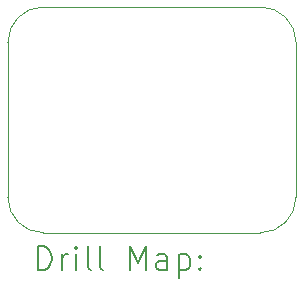
<source format=gbr>
%TF.GenerationSoftware,KiCad,Pcbnew,8.0.3*%
%TF.CreationDate,2025-03-09T13:34:37-05:00*%
%TF.ProjectId,HearingAid_RightV3,48656172-696e-4674-9169-645f52696768,rev?*%
%TF.SameCoordinates,Original*%
%TF.FileFunction,Drillmap*%
%TF.FilePolarity,Positive*%
%FSLAX45Y45*%
G04 Gerber Fmt 4.5, Leading zero omitted, Abs format (unit mm)*
G04 Created by KiCad (PCBNEW 8.0.3) date 2025-03-09 13:34:37*
%MOMM*%
%LPD*%
G01*
G04 APERTURE LIST*
%ADD10C,0.100000*%
%ADD11C,0.200000*%
G04 APERTURE END LIST*
D10*
X12504736Y-6095000D02*
X12504736Y-6095000D01*
G75*
G02*
X12804736Y-6395000I4J-300000D01*
G01*
X12803736Y-7706736D01*
G75*
G02*
X12503736Y-8006736I-299996J-4D01*
G01*
X10664202Y-8006202D01*
G75*
G02*
X10364868Y-7706868I-2J299332D01*
G01*
X10365000Y-6395000D01*
G75*
G02*
X10665000Y-6095000I300000J0D01*
G01*
X12504736Y-6095000D01*
D11*
X10620645Y-8323220D02*
X10620645Y-8123220D01*
X10620645Y-8123220D02*
X10668264Y-8123220D01*
X10668264Y-8123220D02*
X10696835Y-8132744D01*
X10696835Y-8132744D02*
X10715883Y-8151791D01*
X10715883Y-8151791D02*
X10725407Y-8170839D01*
X10725407Y-8170839D02*
X10734931Y-8208934D01*
X10734931Y-8208934D02*
X10734931Y-8237505D01*
X10734931Y-8237505D02*
X10725407Y-8275601D01*
X10725407Y-8275601D02*
X10715883Y-8294648D01*
X10715883Y-8294648D02*
X10696835Y-8313696D01*
X10696835Y-8313696D02*
X10668264Y-8323220D01*
X10668264Y-8323220D02*
X10620645Y-8323220D01*
X10820645Y-8323220D02*
X10820645Y-8189886D01*
X10820645Y-8227982D02*
X10830169Y-8208934D01*
X10830169Y-8208934D02*
X10839692Y-8199410D01*
X10839692Y-8199410D02*
X10858740Y-8189886D01*
X10858740Y-8189886D02*
X10877788Y-8189886D01*
X10944454Y-8323220D02*
X10944454Y-8189886D01*
X10944454Y-8123220D02*
X10934931Y-8132744D01*
X10934931Y-8132744D02*
X10944454Y-8142267D01*
X10944454Y-8142267D02*
X10953978Y-8132744D01*
X10953978Y-8132744D02*
X10944454Y-8123220D01*
X10944454Y-8123220D02*
X10944454Y-8142267D01*
X11068264Y-8323220D02*
X11049216Y-8313696D01*
X11049216Y-8313696D02*
X11039692Y-8294648D01*
X11039692Y-8294648D02*
X11039692Y-8123220D01*
X11173026Y-8323220D02*
X11153978Y-8313696D01*
X11153978Y-8313696D02*
X11144454Y-8294648D01*
X11144454Y-8294648D02*
X11144454Y-8123220D01*
X11401597Y-8323220D02*
X11401597Y-8123220D01*
X11401597Y-8123220D02*
X11468264Y-8266077D01*
X11468264Y-8266077D02*
X11534930Y-8123220D01*
X11534930Y-8123220D02*
X11534930Y-8323220D01*
X11715883Y-8323220D02*
X11715883Y-8218458D01*
X11715883Y-8218458D02*
X11706359Y-8199410D01*
X11706359Y-8199410D02*
X11687311Y-8189886D01*
X11687311Y-8189886D02*
X11649216Y-8189886D01*
X11649216Y-8189886D02*
X11630169Y-8199410D01*
X11715883Y-8313696D02*
X11696835Y-8323220D01*
X11696835Y-8323220D02*
X11649216Y-8323220D01*
X11649216Y-8323220D02*
X11630169Y-8313696D01*
X11630169Y-8313696D02*
X11620645Y-8294648D01*
X11620645Y-8294648D02*
X11620645Y-8275601D01*
X11620645Y-8275601D02*
X11630169Y-8256553D01*
X11630169Y-8256553D02*
X11649216Y-8247029D01*
X11649216Y-8247029D02*
X11696835Y-8247029D01*
X11696835Y-8247029D02*
X11715883Y-8237505D01*
X11811121Y-8189886D02*
X11811121Y-8389886D01*
X11811121Y-8199410D02*
X11830169Y-8189886D01*
X11830169Y-8189886D02*
X11868264Y-8189886D01*
X11868264Y-8189886D02*
X11887311Y-8199410D01*
X11887311Y-8199410D02*
X11896835Y-8208934D01*
X11896835Y-8208934D02*
X11906359Y-8227982D01*
X11906359Y-8227982D02*
X11906359Y-8285124D01*
X11906359Y-8285124D02*
X11896835Y-8304172D01*
X11896835Y-8304172D02*
X11887311Y-8313696D01*
X11887311Y-8313696D02*
X11868264Y-8323220D01*
X11868264Y-8323220D02*
X11830169Y-8323220D01*
X11830169Y-8323220D02*
X11811121Y-8313696D01*
X11992073Y-8304172D02*
X12001597Y-8313696D01*
X12001597Y-8313696D02*
X11992073Y-8323220D01*
X11992073Y-8323220D02*
X11982550Y-8313696D01*
X11982550Y-8313696D02*
X11992073Y-8304172D01*
X11992073Y-8304172D02*
X11992073Y-8323220D01*
X11992073Y-8199410D02*
X12001597Y-8208934D01*
X12001597Y-8208934D02*
X11992073Y-8218458D01*
X11992073Y-8218458D02*
X11982550Y-8208934D01*
X11982550Y-8208934D02*
X11992073Y-8199410D01*
X11992073Y-8199410D02*
X11992073Y-8218458D01*
M02*

</source>
